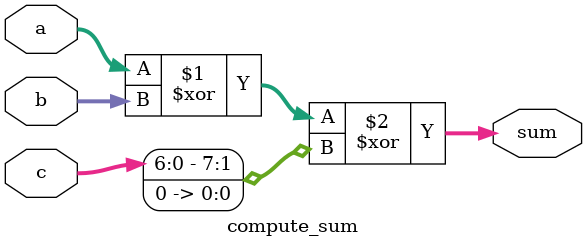
<source format=sv>
module interval_timer (
    input wire clk,
    input wire rst,
    input wire program_en,
    input wire [7:0] interval_data,
    input wire [3:0] interval_sel,
    output reg event_trigger
);
    reg [7:0] intervals [0:15];
    reg [7:0] current_count;
    reg [3:0] active_interval;
    reg count_reset;
    
    // 输入寄存器 - 为输入添加寄存器以减少输入延迟
    reg program_en_reg;
    reg [7:0] interval_data_reg;
    reg [3:0] interval_sel_reg;
    
    // 中间信号寄存器
    reg interval_complete_reg;
    reg [7:0] next_count_reg;
    
    wire [7:0] next_count;
    wire interval_complete;
    
    // 注册输入信号
    always @(posedge clk) begin
        if (rst) begin
            program_en_reg <= 1'b0;
            interval_data_reg <= 8'd0;
            interval_sel_reg <= 4'd0;
        end else begin
            program_en_reg <= program_en;
            interval_data_reg <= interval_data;
            interval_sel_reg <= interval_sel;
        end
    end
    
    // Brent-Kung加法器实例化
    brent_kung_adder adder (
        .a(current_count),
        .b(8'd1),
        .sum(next_count)
    );
    
    // 比较逻辑
    assign interval_complete = (current_count >= intervals[active_interval]);
    
    // 注册中间信号
    always @(posedge clk) begin
        if (rst) begin
            interval_complete_reg <= 1'b0;
            next_count_reg <= 8'd0;
        end else begin
            interval_complete_reg <= interval_complete;
            next_count_reg <= next_count;
        end
    end

    // 计数器更新逻辑 - 使用注册后的信号
    always @(posedge clk) begin
        if (rst) begin
            current_count <= 8'd0;
        end else if (count_reset) begin
            current_count <= 8'd0;
        end else if (!program_en_reg) begin
            current_count <= next_count_reg; // 使用注册后的next_count
        end
    end
    
    // 区间编程逻辑 - 使用注册后的信号
    always @(posedge clk) begin
        if (rst) begin
            // 在复位时不需要重置intervals数组，因为它会占用过多资源
        end else if (program_en_reg) begin
            intervals[interval_sel_reg] <= interval_data_reg;
        end
    end
    
    // 事件触发和活动区间控制逻辑 - 使用注册后的信号
    always @(posedge clk) begin
        if (rst) begin
            event_trigger <= 1'b0;
            active_interval <= 4'd0;
            count_reset <= 1'b0;
        end else if (!program_en_reg && interval_complete_reg) begin
            event_trigger <= 1'b1;
            active_interval <= active_interval + 1'b1;
            count_reset <= 1'b1;
        end else begin
            event_trigger <= 1'b0;
            count_reset <= 1'b0;
        end
    end
endmodule

// Brent-Kung加法器模块实现（8位）- 添加输入和输出寄存器
module brent_kung_adder (
    input [7:0] a,
    input [7:0] b,
    output reg [7:0] sum
);
    wire [7:0] p, g; // 传播和生成信号
    wire [7:0] pp, gg; // 第二级传播和生成信号
    wire [7:0] c; // 进位信号
    wire [7:0] sum_wire; // 临时求和结果
    
    reg [7:0] a_reg, b_reg;
    wire [7:0] p_wire, g_wire;
    
    // 输入寄存器
    always @(a, b) begin
        a_reg = a;
        b_reg = b;
    end
    
    // 第一级：生成初始的传播和生成信号
    generate_pg pg_gen (
        .a(a_reg),
        .b(b_reg),
        .p(p),
        .g(g)
    );
    
    // 第二级：计算组传播和生成信号
    compute_group_pg group_pg (
        .p(p),
        .g(g),
        .pp(pp),
        .gg(gg)
    );
    
    // 第三级：计算进位信号
    compute_carries carry_gen (
        .p(p),
        .g(g),
        .pp(pp),
        .gg(gg),
        .cin(1'b0),
        .c(c)
    );
    
    // 第四级：计算最终和
    compute_sum sum_gen (
        .a(a_reg),
        .b(b_reg),
        .c(c),
        .sum(sum_wire)
    );
    
    // 输出寄存器
    always @(sum_wire) begin
        sum = sum_wire;
    end
endmodule

// 生成初始传播和生成信号
module generate_pg (
    input [7:0] a,
    input [7:0] b,
    output [7:0] p,
    output [7:0] g
);
    assign p = a ^ b; // 传播 = a XOR b
    assign g = a & b; // 生成 = a AND b
endmodule

// 计算组传播和生成信号 - 添加寄存器减少关键路径
module compute_group_pg (
    input [7:0] p,
    input [7:0] g,
    output [7:0] pp,
    output [7:0] gg
);
    // 第一级组计算的寄存器
    reg [3:0] pp_level1;
    reg [3:0] gg_level1;
    
    // 第一级组计算 (2位组)
    always @(*) begin
        pp_level1[0] = p[1] & p[0];
        gg_level1[0] = g[1] | (p[1] & g[0]);
        
        pp_level1[1] = p[3] & p[2];
        gg_level1[1] = g[3] | (p[3] & g[2]);
        
        pp_level1[2] = p[5] & p[4];
        gg_level1[2] = g[5] | (p[5] & g[4]);
        
        pp_level1[3] = p[7] & p[6];
        gg_level1[3] = g[7] | (p[7] & g[6]);
    end
    
    // 第二级组计算 (4位组)
    assign pp[3] = pp_level1[1] & pp_level1[0];
    assign gg[3] = gg_level1[1] | (pp_level1[1] & gg_level1[0]);
    
    assign pp[7] = pp_level1[3] & pp_level1[2];
    assign gg[7] = gg_level1[3] | (pp_level1[3] & gg_level1[2]);
    
    // 传递第一级结果到输出
    assign pp[1] = pp_level1[0];
    assign gg[1] = gg_level1[0];
    assign pp[5] = pp_level1[2];
    assign gg[5] = gg_level1[2];
    
    // 其他位未使用，设为0
    assign pp[0] = 1'b0;
    assign gg[0] = 1'b0;
    assign pp[2] = 1'b0;
    assign gg[2] = 1'b0;
    assign pp[4] = 1'b0;
    assign gg[4] = 1'b0;
    assign pp[6] = 1'b0;
    assign gg[6] = 1'b0;
endmodule

// 计算进位 - 分解流水线减少关键路径
module compute_carries (
    input [7:0] p,
    input [7:0] g,
    input [7:0] pp,
    input [7:0] gg,
    input cin,
    output [7:0] c
);
    // 低位进位计算
    assign c[0] = cin;
    assign c[1] = g[0] | (p[0] & cin);
    assign c[2] = g[1] | (p[1] & c[1]);
    assign c[3] = g[2] | (p[2] & c[2]);
    
    // 高位进位计算（使用组生成和传播信号）
    assign c[4] = gg[3] | (pp[3] & cin);
    assign c[5] = g[4] | (p[4] & c[4]);
    assign c[6] = g[5] | (p[5] & c[5]);
    assign c[7] = g[6] | (p[6] & c[6]);
endmodule

// 计算最终和
module compute_sum (
    input [7:0] a,
    input [7:0] b,
    input [7:0] c,
    output [7:0] sum
);
    assign sum = a ^ b ^ {c[6:0], 1'b0};
endmodule
</source>
